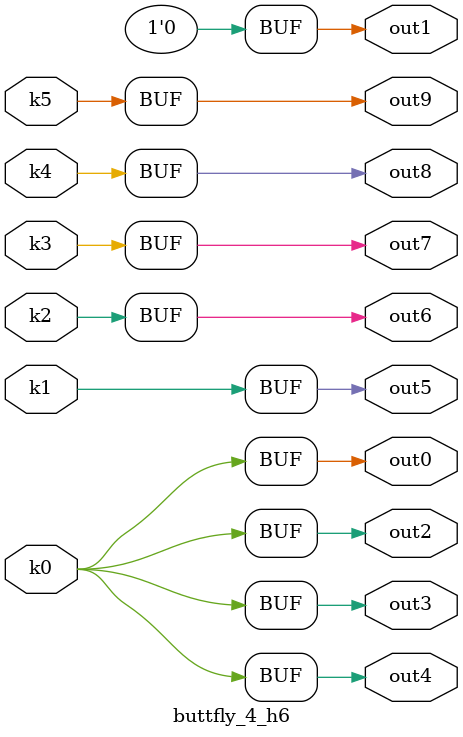
<source format=v>
module buttfly_4(pi00, pi01, pi02, pi03, pi04, pi05, pi06, pi07, pi08, pi09, po00, po01, po02, po03, po04, po05, po06, po07, po08, po09);
input pi00, pi01, pi02, pi03, pi04, pi05, pi06, pi07, pi08, pi09;
output po00, po01, po02, po03, po04, po05, po06, po07, po08, po09;
wire k0, k1, k2, k3, k4, k5;
buttfly_4_w6 DUT1 (pi00, pi01, pi02, pi03, pi04, pi05, pi06, pi07, pi08, pi09, k0, k1, k2, k3, k4, k5);
buttfly_4_h6 DUT2 (k0, k1, k2, k3, k4, k5, po00, po01, po02, po03, po04, po05, po06, po07, po08, po09);
endmodule

module buttfly_4_w6(in9, in8, in7, in6, in5, in4, in3, in2, in1, in0, k5, k4, k3, k2, k1, k0);
input in9, in8, in7, in6, in5, in4, in3, in2, in1, in0;
output k5, k4, k3, k2, k1, k0;
assign k0 =   (in1 & (in9 ^ in6)) | (in0 & (~in9 ^ in6));
assign k1 =   (((~in9 & (~in6 | in3)) | (~in6 & in3)) & (~in7 | ~in4) & (~in8 | ~in5)) | (~in8 & ~in5 & (~in7 | ~in4)) | (~in7 & ~in4);
assign k2 =   (((in9 & (in6 | in2)) | (in6 & in2)) & (in7 | in4) & (in8 | in5)) | (in8 & in5 & (in7 | in4)) | (in7 & in4);
assign k3 =   ((in7 ^ in4) & (((in8 | in5) & ((in2 & (in9 | in6)) | (in9 & in6))) | (in8 & in5))) | ((~in8 | ~in5) & ((~in9 & ~in6) | (in3 & (~in9 | ~in6))) & (~in7 ^ in4)) | (~in8 & ~in5 & (~in7 ^ in4));
assign k4 =   ((in8 ^ in5) & ((in2 & (in9 | in6)) | (in9 & in6))) | (((~in9 & ~in6) | (in3 & (~in9 | ~in6))) & (~in8 ^ in5));
assign k5 =   (in2 & (in9 ^ in6)) | (in3 & (~in9 ^ in6));
endmodule

module buttfly_4_h6(k5, k4, k3, k2, k1, k0, out9, out8, out7, out6, out5, out4, out3, out2, out1, out0);
input k5, k4, k3, k2, k1, k0;
output out9, out8, out7, out6, out5, out4, out3, out2, out1, out0;
assign out0 = k0;
assign out1 = 0;
assign out2 = k0;
assign out3 = k0;
assign out4 = k0;
assign out5 = k1;
assign out6 = k2;
assign out7 = k3;
assign out8 = k4;
assign out9 = k5;
endmodule

</source>
